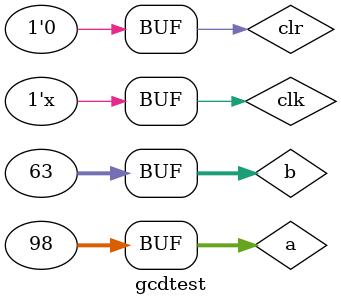
<source format=v>
`timescale 1ns / 1ps

module gcdtest();
reg [31:0] a;
reg [31:0] b;
reg clk;
reg clr;
wire [31:0] gcd_out;
wire stop;

top uut(.a(a),
        .b(b),
        .gcd_out(gcd_out),
        .STOP(stop),
        .clk(clk),
        .clr(clr));

initial begin
    a = 0;
    b = 0;
    clk = 0;
    clr = 1;
    end
    
always 
    #10 clk = ~clk;
    
initial begin
    #80;
    clr = 0;
    end
    
initial begin
    #30;
    a = 98;
    b = 63;
    end

endmodule

</source>
